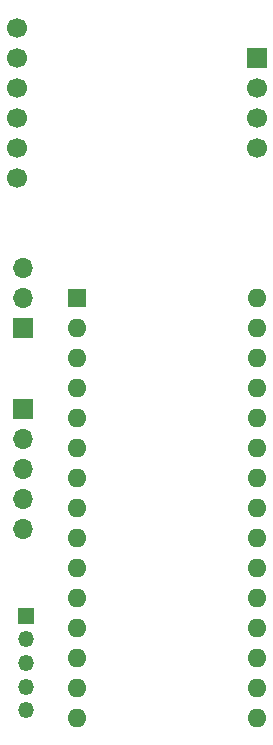
<source format=gts>
G04 #@! TF.GenerationSoftware,KiCad,Pcbnew,8.0.7*
G04 #@! TF.CreationDate,2025-05-25T12:57:58+02:00*
G04 #@! TF.ProjectId,Wave,57617665-2e6b-4696-9361-645f70636258,rev?*
G04 #@! TF.SameCoordinates,Original*
G04 #@! TF.FileFunction,Soldermask,Top*
G04 #@! TF.FilePolarity,Negative*
%FSLAX46Y46*%
G04 Gerber Fmt 4.6, Leading zero omitted, Abs format (unit mm)*
G04 Created by KiCad (PCBNEW 8.0.7) date 2025-05-25 12:57:58*
%MOMM*%
%LPD*%
G01*
G04 APERTURE LIST*
%ADD10R,1.700000X1.700000*%
%ADD11O,1.700000X1.700000*%
%ADD12R,1.350000X1.350000*%
%ADD13O,1.350000X1.350000*%
%ADD14C,1.700000*%
%ADD15O,1.600000X1.600000*%
%ADD16R,1.600000X1.600000*%
G04 APERTURE END LIST*
D10*
X102108000Y-136398000D03*
D11*
X102108000Y-138938000D03*
X102108000Y-141478000D03*
X102108000Y-144018000D03*
X102108000Y-146558000D03*
D12*
X102362000Y-153924000D03*
D13*
X102362000Y-155924000D03*
X102362000Y-157924000D03*
X102362000Y-159924000D03*
X102362000Y-161924000D03*
D14*
X101600000Y-111760000D03*
X101600000Y-109220000D03*
X101600000Y-116840000D03*
X101600000Y-114300000D03*
X121920000Y-109220000D03*
X101600000Y-104140000D03*
X101600000Y-106680000D03*
D10*
X121920000Y-106680000D03*
D14*
X121920000Y-111760000D03*
X121920000Y-114300000D03*
D11*
X102108000Y-124460000D03*
X102108000Y-127000000D03*
D10*
X102108000Y-129540000D03*
D15*
X121920000Y-127000000D03*
D16*
X106680000Y-127000000D03*
D15*
X106680000Y-129540000D03*
X121920000Y-132080000D03*
X106680000Y-132080000D03*
X121920000Y-157480000D03*
X121920000Y-129540000D03*
X106680000Y-134620000D03*
X121920000Y-162560000D03*
X106680000Y-162560000D03*
X106680000Y-160020000D03*
X106680000Y-157480000D03*
X106680000Y-154940000D03*
X106680000Y-152400000D03*
X106680000Y-149860000D03*
X106680000Y-147320000D03*
X106680000Y-144780000D03*
X106680000Y-142240000D03*
X106680000Y-139700000D03*
X106680000Y-137160000D03*
X121920000Y-137160000D03*
X121920000Y-139700000D03*
X121920000Y-142240000D03*
X121920000Y-144780000D03*
X121920000Y-147320000D03*
X121920000Y-149860000D03*
X121920000Y-152400000D03*
X121920000Y-154940000D03*
X121920000Y-134620000D03*
X121920000Y-160020000D03*
M02*

</source>
